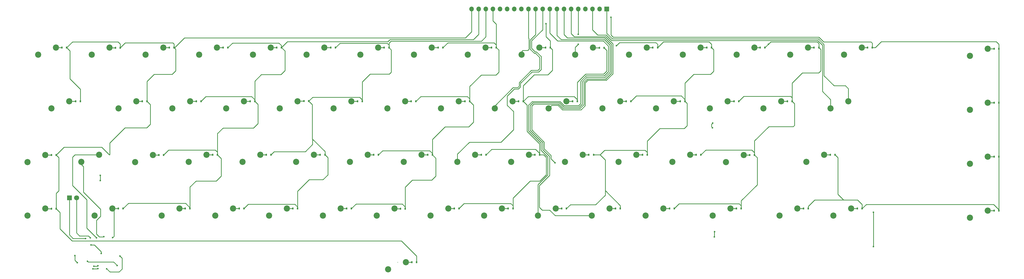
<source format=gbr>
G04 #@! TF.GenerationSoftware,KiCad,Pcbnew,(5.1.5)-2*
G04 #@! TF.CreationDate,2020-03-07T20:44:29+01:00*
G04 #@! TF.ProjectId,VIC20_kbd,56494332-305f-46b6-9264-2e6b69636164,rev?*
G04 #@! TF.SameCoordinates,Original*
G04 #@! TF.FileFunction,Copper,L2,Bot*
G04 #@! TF.FilePolarity,Positive*
%FSLAX46Y46*%
G04 Gerber Fmt 4.6, Leading zero omitted, Abs format (unit mm)*
G04 Created by KiCad (PCBNEW (5.1.5)-2) date 2020-03-07 20:44:29*
%MOMM*%
%LPD*%
G04 APERTURE LIST*
%ADD10C,2.200000*%
%ADD11R,0.600000X0.800000*%
%ADD12R,1.700000X1.700000*%
%ADD13O,1.700000X1.700000*%
%ADD14C,1.800000*%
%ADD15R,1.800000X1.800000*%
%ADD16C,0.600000*%
%ADD17C,0.250000*%
G04 APERTURE END LIST*
D10*
X333950000Y-118580000D03*
X327600000Y-121120000D03*
X20310000Y-60300000D03*
X13960000Y-62840000D03*
D11*
X24120000Y-60360000D03*
X22420000Y-60360000D03*
X62570000Y-60290000D03*
X60870000Y-60290000D03*
X101010000Y-60290000D03*
X99310000Y-60290000D03*
X139380000Y-60290000D03*
X137680000Y-60290000D03*
X177710000Y-60290000D03*
X176010000Y-60290000D03*
X216030000Y-60290000D03*
X214330000Y-60290000D03*
X254360000Y-60290000D03*
X252660000Y-60290000D03*
X292730000Y-60290000D03*
X291030000Y-60290000D03*
X5000000Y-60290000D03*
X3300000Y-60290000D03*
X53000000Y-79490000D03*
X51300000Y-79490000D03*
X91450000Y-79450000D03*
X89750000Y-79450000D03*
X129740000Y-79490000D03*
X128040000Y-79490000D03*
X168070000Y-79490000D03*
X166370000Y-79490000D03*
X206510000Y-79490000D03*
X204810000Y-79490000D03*
X244990000Y-79530000D03*
X243290000Y-79530000D03*
X279430000Y-98620000D03*
X277730000Y-98620000D03*
X9880000Y-79490000D03*
X8180000Y-79490000D03*
X39630000Y-98690000D03*
X37930000Y-98690000D03*
X78000000Y-98650000D03*
X76300000Y-98650000D03*
X116330000Y-98650000D03*
X114630000Y-98650000D03*
X154810000Y-98650000D03*
X153110000Y-98650000D03*
X193170000Y-98620000D03*
X191470000Y-98620000D03*
X231500000Y-98650000D03*
X229800000Y-98650000D03*
X289070000Y-117880000D03*
X287370000Y-117880000D03*
X1260000Y-98690000D03*
X-440000Y-98690000D03*
X25180000Y-117880000D03*
X23480000Y-117880000D03*
X68290000Y-117880000D03*
X66590000Y-117880000D03*
X106710000Y-117880000D03*
X105010000Y-117880000D03*
X145100000Y-117880000D03*
X143400000Y-117880000D03*
X183490000Y-117880000D03*
X181790000Y-117880000D03*
X221960000Y-117880000D03*
X220260000Y-117880000D03*
X269820000Y-117880000D03*
X268120000Y-117880000D03*
X129970000Y-137100000D03*
X128270000Y-137100000D03*
X49040000Y-117880000D03*
X47340000Y-117880000D03*
X87490000Y-117880000D03*
X85790000Y-117880000D03*
X125910000Y-117910000D03*
X124210000Y-117910000D03*
X164380000Y-117880000D03*
X162680000Y-117880000D03*
X202710000Y-117880000D03*
X201010000Y-117880000D03*
X245900000Y-117880000D03*
X244200000Y-117880000D03*
X337920000Y-60710000D03*
X336220000Y-60710000D03*
X1240000Y-117910000D03*
X-460000Y-117910000D03*
X58870000Y-98650000D03*
X57170000Y-98650000D03*
X97240000Y-98650000D03*
X95540000Y-98650000D03*
X135610000Y-98650000D03*
X133910000Y-98650000D03*
X173900000Y-98650000D03*
X172200000Y-98650000D03*
X212340000Y-98650000D03*
X210640000Y-98650000D03*
X250630000Y-98690000D03*
X248930000Y-98690000D03*
X337920000Y-79990000D03*
X336220000Y-79990000D03*
X33730000Y-79490000D03*
X32030000Y-79490000D03*
X72210000Y-79490000D03*
X70510000Y-79490000D03*
X110610000Y-79530000D03*
X108910000Y-79530000D03*
X148940000Y-79490000D03*
X147240000Y-79490000D03*
X187380000Y-79490000D03*
X185680000Y-79490000D03*
X225790000Y-79490000D03*
X224090000Y-79490000D03*
X264080000Y-79490000D03*
X262380000Y-79490000D03*
X337920000Y-99300000D03*
X336220000Y-99300000D03*
X43330000Y-60290000D03*
X41630000Y-60290000D03*
X81690000Y-60250000D03*
X79990000Y-60250000D03*
X120100000Y-60290000D03*
X118400000Y-60290000D03*
X158430000Y-60250000D03*
X156730000Y-60250000D03*
X196910000Y-60330000D03*
X195210000Y-60330000D03*
X235270000Y-60290000D03*
X233570000Y-60290000D03*
X273600000Y-60290000D03*
X271900000Y-60290000D03*
X337920000Y-118580000D03*
X336220000Y-118580000D03*
D12*
X197870000Y-46440000D03*
D13*
X195330000Y-46440000D03*
X192790000Y-46440000D03*
X190250000Y-46440000D03*
X187710000Y-46440000D03*
X185170000Y-46440000D03*
X182630000Y-46440000D03*
X180090000Y-46440000D03*
X177550000Y-46440000D03*
X175010000Y-46440000D03*
X172470000Y-46440000D03*
X169930000Y-46440000D03*
X167390000Y-46440000D03*
X164850000Y-46440000D03*
X162310000Y-46440000D03*
X159770000Y-46440000D03*
X157230000Y-46440000D03*
X154690000Y-46440000D03*
X152150000Y-46440000D03*
X149610000Y-46440000D03*
D10*
X58700000Y-60300000D03*
X52350000Y-62840000D03*
X97060000Y-60300000D03*
X90710000Y-62840000D03*
X135420000Y-60300000D03*
X129070000Y-62840000D03*
X173820000Y-60300000D03*
X167470000Y-62840000D03*
X212190000Y-60300000D03*
X205840000Y-62840000D03*
X250570000Y-60300000D03*
X244220000Y-62840000D03*
X288950000Y-60300000D03*
X282600000Y-62840000D03*
X1170000Y-60300000D03*
X-5180000Y-62840000D03*
X49100000Y-79500000D03*
X42750000Y-82040000D03*
X87500000Y-79500000D03*
X81150000Y-82040000D03*
X125890000Y-79500000D03*
X119540000Y-82040000D03*
X164250000Y-79500000D03*
X157900000Y-82040000D03*
X202660000Y-79500000D03*
X196310000Y-82040000D03*
X241070000Y-79510000D03*
X234720000Y-82050000D03*
X275530000Y-98660000D03*
X269180000Y-101200000D03*
X5940000Y-79500000D03*
X-410000Y-82040000D03*
X35770000Y-98680000D03*
X29420000Y-101220000D03*
X74130000Y-98660000D03*
X67780000Y-101200000D03*
X112520000Y-98660000D03*
X106170000Y-101200000D03*
X150900000Y-98660000D03*
X144550000Y-101200000D03*
X189270000Y-98660000D03*
X182920000Y-101200000D03*
X227630000Y-98660000D03*
X221280000Y-101200000D03*
X285150000Y-117870000D03*
X278800000Y-120410000D03*
X-2630000Y-98680000D03*
X-8980000Y-101220000D03*
X21310000Y-117870000D03*
X14960000Y-120410000D03*
X64470000Y-117870000D03*
X58120000Y-120410000D03*
X102880000Y-117870000D03*
X96530000Y-120410000D03*
X141280000Y-117870000D03*
X134930000Y-120410000D03*
X179680000Y-117870000D03*
X173330000Y-120410000D03*
X218070000Y-117870000D03*
X211720000Y-120410000D03*
X265970000Y-117870000D03*
X259620000Y-120410000D03*
X126150000Y-137060000D03*
X119800000Y-139600000D03*
X45260000Y-117880000D03*
X38910000Y-120420000D03*
X83670000Y-117870000D03*
X77320000Y-120410000D03*
X122070000Y-117870000D03*
X115720000Y-120410000D03*
X160480000Y-117870000D03*
X154130000Y-120410000D03*
X198880000Y-117870000D03*
X192530000Y-120410000D03*
X242020000Y-117870000D03*
X235670000Y-120410000D03*
X333950000Y-60710000D03*
X327600000Y-63250000D03*
X-2640000Y-117880000D03*
X-8990000Y-120420000D03*
X54970000Y-98660000D03*
X48620000Y-101200000D03*
X93320000Y-98660000D03*
X86970000Y-101200000D03*
X131700000Y-98660000D03*
X125350000Y-101200000D03*
X170060000Y-98660000D03*
X163710000Y-101200000D03*
X208430000Y-98660000D03*
X202080000Y-101200000D03*
X246820000Y-98680000D03*
X240470000Y-101220000D03*
X333950000Y-79990000D03*
X327600000Y-82530000D03*
X29900000Y-79500000D03*
X23550000Y-82040000D03*
X68300000Y-79500000D03*
X61950000Y-82040000D03*
X106690000Y-79500000D03*
X100340000Y-82040000D03*
X145070000Y-79500000D03*
X138720000Y-82040000D03*
X183460000Y-79500000D03*
X177110000Y-82040000D03*
X221860000Y-79500000D03*
X215510000Y-82040000D03*
X260210000Y-79510000D03*
X253860000Y-82050000D03*
X333950000Y-99300000D03*
X327600000Y-101840000D03*
X39500000Y-60300000D03*
X33150000Y-62840000D03*
X77870000Y-60300000D03*
X71520000Y-62840000D03*
X116250000Y-60300000D03*
X109900000Y-62840000D03*
X154620000Y-60300000D03*
X148270000Y-62840000D03*
X192990000Y-60300000D03*
X186640000Y-62840000D03*
X231380000Y-60300000D03*
X225030000Y-62840000D03*
X269760000Y-60300000D03*
X263410000Y-62840000D03*
X16570000Y-98660000D03*
X10220000Y-101200000D03*
X284180000Y-79500000D03*
X277830000Y-82040000D03*
D14*
X8510000Y-114070000D03*
D15*
X5970000Y-114070000D03*
D16*
X176190000Y-51690000D03*
X201340000Y-59570000D03*
X255570000Y-59090000D03*
X199380000Y-49400000D03*
X21460000Y-128300000D03*
X187680000Y-55550000D03*
X187720000Y-59090000D03*
X179370000Y-101480000D03*
X16990000Y-106000000D03*
X16990000Y-107850000D03*
X236340000Y-127970000D03*
X236400000Y-126180000D03*
X235650000Y-88940000D03*
X235740000Y-87250000D03*
X15690000Y-128380000D03*
X293140000Y-131450000D03*
X293140000Y-119230000D03*
X11770000Y-128580000D03*
X13430000Y-128350000D03*
X13690000Y-130900000D03*
X17360000Y-133970000D03*
X12430000Y-136710000D03*
X23020000Y-138230000D03*
X14690000Y-138480000D03*
X16190000Y-138360000D03*
X18290000Y-127940000D03*
X14430000Y-139470000D03*
X16170000Y-139390000D03*
X24020000Y-134860000D03*
X19340000Y-139400000D03*
X8820000Y-137250000D03*
X7950000Y-134670000D03*
D17*
X123190000Y-137100000D02*
X123150000Y-137060000D01*
X129970000Y-137100000D02*
X129970000Y-134900000D01*
X124550000Y-129480000D02*
X6960000Y-129480000D01*
X6960000Y-129480000D02*
X2640000Y-125160000D01*
X2640000Y-125160000D02*
X2640000Y-119310000D01*
X2640000Y-119310000D02*
X1240000Y-117910000D01*
X129970000Y-134900000D02*
X124550000Y-129480000D01*
X1240000Y-117910000D02*
X1240000Y-112430000D01*
X2180000Y-99610000D02*
X1260000Y-98690000D01*
X2180000Y-111490000D02*
X2180000Y-99610000D01*
X1240000Y-112430000D02*
X2180000Y-111490000D01*
X43330000Y-60290000D02*
X43630000Y-60290000D01*
X43630000Y-60290000D02*
X47110000Y-56810000D01*
X149610000Y-54590000D02*
X149610000Y-46440000D01*
X147390000Y-56810000D02*
X149610000Y-54590000D01*
X47110000Y-56810000D02*
X147390000Y-56810000D01*
X20430000Y-98650000D02*
X20260000Y-98650000D01*
X20260000Y-98650000D02*
X17540000Y-95930000D01*
X17540000Y-95930000D02*
X4020000Y-95930000D01*
X4020000Y-95930000D02*
X1260000Y-98690000D01*
X20430000Y-98650000D02*
X20430000Y-94390000D01*
X34890000Y-80650000D02*
X33730000Y-79490000D01*
X34890000Y-87670000D02*
X34890000Y-80650000D01*
X33600000Y-88960000D02*
X34890000Y-87670000D01*
X25860000Y-88960000D02*
X33600000Y-88960000D01*
X20430000Y-94390000D02*
X25860000Y-88960000D01*
X9880000Y-79490000D02*
X9880000Y-75150000D01*
X6200000Y-61490000D02*
X5000000Y-60290000D01*
X6200000Y-71470000D02*
X6200000Y-61490000D01*
X9880000Y-75150000D02*
X6200000Y-71470000D01*
X24120000Y-60360000D02*
X24120000Y-58990000D01*
X7070000Y-58220000D02*
X5000000Y-60290000D01*
X23350000Y-58220000D02*
X7070000Y-58220000D01*
X24120000Y-58990000D02*
X23350000Y-58220000D01*
X43330000Y-60290000D02*
X43330000Y-58990000D01*
X25920000Y-58560000D02*
X24120000Y-60360000D01*
X42900000Y-58560000D02*
X25920000Y-58560000D01*
X43330000Y-58990000D02*
X42900000Y-58560000D01*
X33730000Y-79490000D02*
X33730000Y-72380000D01*
X43930000Y-60890000D02*
X43330000Y-60290000D01*
X43930000Y-68570000D02*
X43930000Y-60890000D01*
X42660000Y-69840000D02*
X43930000Y-68570000D01*
X36270000Y-69840000D02*
X42660000Y-69840000D01*
X33730000Y-72380000D02*
X36270000Y-69840000D01*
X22420000Y-60360000D02*
X20370000Y-60360000D01*
X20370000Y-60360000D02*
X20310000Y-60300000D01*
X81690000Y-60250000D02*
X81710000Y-60250000D01*
X81710000Y-60250000D02*
X83820000Y-58140000D01*
X152150000Y-55530000D02*
X152150000Y-46440000D01*
X150300000Y-57380000D02*
X152150000Y-55530000D01*
X120470000Y-57380000D02*
X150300000Y-57380000D01*
X119710000Y-58140000D02*
X120470000Y-57380000D01*
X83820000Y-58140000D02*
X119710000Y-58140000D01*
X58870000Y-98650000D02*
X58870000Y-91050000D01*
X73340000Y-80620000D02*
X72210000Y-79490000D01*
X73340000Y-87440000D02*
X73340000Y-80620000D01*
X71700000Y-89080000D02*
X73340000Y-87440000D01*
X60840000Y-89080000D02*
X71700000Y-89080000D01*
X58870000Y-91050000D02*
X60840000Y-89080000D01*
X49040000Y-117880000D02*
X49040000Y-117580000D01*
X49040000Y-117580000D02*
X47470000Y-116010000D01*
X27050000Y-116010000D02*
X25180000Y-117880000D01*
X47470000Y-116010000D02*
X27050000Y-116010000D01*
X58870000Y-98650000D02*
X58870000Y-97730000D01*
X41390000Y-96930000D02*
X39630000Y-98690000D01*
X58070000Y-96930000D02*
X41390000Y-96930000D01*
X58870000Y-97730000D02*
X58070000Y-96930000D01*
X49040000Y-117880000D02*
X49040000Y-110170000D01*
X60200000Y-99980000D02*
X58870000Y-98650000D01*
X60200000Y-106220000D02*
X60200000Y-99980000D01*
X58410000Y-108010000D02*
X60200000Y-106220000D01*
X51200000Y-108010000D02*
X58410000Y-108010000D01*
X49040000Y-110170000D02*
X51200000Y-108010000D01*
X72210000Y-79490000D02*
X72210000Y-78920000D01*
X72210000Y-78920000D02*
X71050000Y-77760000D01*
X71050000Y-77760000D02*
X54730000Y-77760000D01*
X54730000Y-77760000D02*
X53000000Y-79490000D01*
X81690000Y-60250000D02*
X81690000Y-59520000D01*
X64220000Y-58640000D02*
X62570000Y-60290000D01*
X80810000Y-58640000D02*
X64220000Y-58640000D01*
X81690000Y-59520000D02*
X80810000Y-58640000D01*
X72210000Y-79490000D02*
X72210000Y-72270000D01*
X72210000Y-72270000D02*
X74530000Y-69950000D01*
X74530000Y-69950000D02*
X81490000Y-69950000D01*
X81490000Y-69950000D02*
X82940000Y-68500000D01*
X82940000Y-68500000D02*
X82940000Y-61500000D01*
X82940000Y-61500000D02*
X81690000Y-60250000D01*
X60870000Y-60290000D02*
X58710000Y-60290000D01*
X58710000Y-60290000D02*
X58700000Y-60300000D01*
X120100000Y-60290000D02*
X120100000Y-58680000D01*
X154690000Y-56400000D02*
X154690000Y-46440000D01*
X153140000Y-57950000D02*
X154690000Y-56400000D01*
X120830000Y-57950000D02*
X153140000Y-57950000D01*
X120100000Y-58680000D02*
X120830000Y-57950000D01*
X87490000Y-117880000D02*
X87490000Y-117320000D01*
X69810000Y-116360000D02*
X68290000Y-117880000D01*
X86530000Y-116360000D02*
X69810000Y-116360000D01*
X87490000Y-117320000D02*
X86530000Y-116360000D01*
X87490000Y-117880000D02*
X87490000Y-111700000D01*
X98260000Y-99670000D02*
X97240000Y-98650000D01*
X98260000Y-105840000D02*
X98260000Y-99670000D01*
X96540000Y-107560000D02*
X98260000Y-105840000D01*
X91630000Y-107560000D02*
X96540000Y-107560000D01*
X87490000Y-111700000D02*
X91630000Y-107560000D01*
X92830000Y-93060000D02*
X92830000Y-94930000D01*
X79110000Y-97540000D02*
X78000000Y-98650000D01*
X90220000Y-97540000D02*
X79110000Y-97540000D01*
X92830000Y-94930000D02*
X90220000Y-97540000D01*
X97240000Y-98650000D02*
X97240000Y-97470000D01*
X92700000Y-80700000D02*
X91450000Y-79450000D01*
X92700000Y-92930000D02*
X92700000Y-80700000D01*
X97240000Y-97470000D02*
X92830000Y-93060000D01*
X92830000Y-93060000D02*
X92700000Y-92930000D01*
X120100000Y-60290000D02*
X120100000Y-59370000D01*
X102590000Y-58710000D02*
X101010000Y-60290000D01*
X119440000Y-58710000D02*
X102590000Y-58710000D01*
X120100000Y-59370000D02*
X119440000Y-58710000D01*
X110610000Y-79530000D02*
X110610000Y-72530000D01*
X120930000Y-61120000D02*
X120100000Y-60290000D01*
X120930000Y-69040000D02*
X120930000Y-61120000D01*
X120210000Y-69760000D02*
X120930000Y-69040000D01*
X113380000Y-69760000D02*
X120210000Y-69760000D01*
X110610000Y-72530000D02*
X113380000Y-69760000D01*
X110610000Y-79530000D02*
X110610000Y-78990000D01*
X92870000Y-78030000D02*
X91450000Y-79450000D01*
X109650000Y-78030000D02*
X92870000Y-78030000D01*
X110610000Y-78990000D02*
X109650000Y-78030000D01*
X99310000Y-60290000D02*
X97070000Y-60290000D01*
X97070000Y-60290000D02*
X97060000Y-60300000D01*
X158430000Y-60250000D02*
X158430000Y-51930000D01*
X157230000Y-50730000D02*
X157230000Y-46440000D01*
X158430000Y-51930000D02*
X157230000Y-50730000D01*
X135610000Y-98650000D02*
X135610000Y-93160000D01*
X150260000Y-80810000D02*
X148940000Y-79490000D01*
X150260000Y-86950000D02*
X150260000Y-80810000D01*
X148580000Y-88630000D02*
X150260000Y-86950000D01*
X140140000Y-88630000D02*
X148580000Y-88630000D01*
X135610000Y-93160000D02*
X140140000Y-88630000D01*
X125910000Y-117910000D02*
X125910000Y-117300000D01*
X108350000Y-116240000D02*
X106710000Y-117880000D01*
X124850000Y-116240000D02*
X108350000Y-116240000D01*
X125910000Y-117300000D02*
X124850000Y-116240000D01*
X135610000Y-98650000D02*
X135610000Y-98150000D01*
X117820000Y-97160000D02*
X116330000Y-98650000D01*
X134620000Y-97160000D02*
X117820000Y-97160000D01*
X135610000Y-98150000D02*
X134620000Y-97160000D01*
X125910000Y-117910000D02*
X125910000Y-110200000D01*
X136820000Y-99860000D02*
X135610000Y-98650000D01*
X136820000Y-106260000D02*
X136820000Y-99860000D01*
X135410000Y-107670000D02*
X136820000Y-106260000D01*
X128440000Y-107670000D02*
X135410000Y-107670000D01*
X125910000Y-110200000D02*
X128440000Y-107670000D01*
X148940000Y-79490000D02*
X148940000Y-78600000D01*
X148940000Y-78600000D02*
X148100000Y-77760000D01*
X148100000Y-77760000D02*
X131470000Y-77760000D01*
X131470000Y-77760000D02*
X129740000Y-79490000D01*
X158430000Y-60250000D02*
X158430000Y-59330000D01*
X141110000Y-58560000D02*
X139380000Y-60290000D01*
X157660000Y-58560000D02*
X141110000Y-58560000D01*
X158430000Y-59330000D02*
X157660000Y-58560000D01*
X148940000Y-79490000D02*
X148940000Y-74180000D01*
X148940000Y-74180000D02*
X153050000Y-70070000D01*
X153050000Y-70070000D02*
X158300000Y-70070000D01*
X158300000Y-70070000D02*
X159300000Y-69070000D01*
X159300000Y-69070000D02*
X159300000Y-61120000D01*
X159300000Y-61120000D02*
X158430000Y-60250000D01*
X137680000Y-60290000D02*
X135430000Y-60290000D01*
X135430000Y-60290000D02*
X135420000Y-60300000D01*
X177710000Y-60290000D02*
X177710000Y-57900000D01*
X176190000Y-56380000D02*
X176190000Y-51690000D01*
X177710000Y-57900000D02*
X176190000Y-56380000D01*
X173900000Y-98650000D02*
X173900000Y-94770000D01*
X169400000Y-80820000D02*
X168070000Y-79490000D01*
X169400000Y-90270000D02*
X169400000Y-80820000D01*
X173900000Y-94770000D02*
X169400000Y-90270000D01*
X164380000Y-117880000D02*
X164380000Y-116870000D01*
X146930000Y-116050000D02*
X145100000Y-117880000D01*
X163560000Y-116050000D02*
X146930000Y-116050000D01*
X164380000Y-116870000D02*
X163560000Y-116050000D01*
X168070000Y-79490000D02*
X168070000Y-73870000D01*
X168070000Y-73870000D02*
X171950000Y-69990000D01*
X171950000Y-69990000D02*
X176860000Y-69990000D01*
X176860000Y-69990000D02*
X178460000Y-68390000D01*
X178460000Y-68390000D02*
X178460000Y-61040000D01*
X178460000Y-61040000D02*
X177710000Y-60290000D01*
X187380000Y-79490000D02*
X187380000Y-78870000D01*
X187380000Y-78870000D02*
X186270000Y-77760000D01*
X186270000Y-77760000D02*
X169800000Y-77760000D01*
X169800000Y-77760000D02*
X168070000Y-79490000D01*
X187380000Y-79490000D02*
X187380000Y-72690000D01*
X197890000Y-61310000D02*
X196910000Y-60330000D01*
X197890000Y-68620000D02*
X197890000Y-61310000D01*
X196750000Y-69760000D02*
X197890000Y-68620000D01*
X190310000Y-69760000D02*
X196750000Y-69760000D01*
X187380000Y-72690000D02*
X190310000Y-69760000D01*
X173900000Y-98650000D02*
X173900000Y-98120000D01*
X156790000Y-96670000D02*
X154810000Y-98650000D01*
X172450000Y-96670000D02*
X156790000Y-96670000D01*
X173900000Y-98120000D02*
X172450000Y-96670000D01*
X164380000Y-117880000D02*
X164380000Y-114150000D01*
X175370000Y-98650000D02*
X173900000Y-98650000D01*
X176300000Y-99580000D02*
X175370000Y-98650000D01*
X176300000Y-105700000D02*
X176300000Y-99580000D01*
X173960000Y-108040000D02*
X176300000Y-105700000D01*
X170490000Y-108040000D02*
X173960000Y-108040000D01*
X164380000Y-114150000D02*
X170490000Y-108040000D01*
X176010000Y-60290000D02*
X173830000Y-60290000D01*
X173830000Y-60290000D02*
X173820000Y-60300000D01*
X216030000Y-60290000D02*
X216030000Y-59120000D01*
X202400000Y-58510000D02*
X201340000Y-59570000D01*
X215420000Y-58510000D02*
X202400000Y-58510000D01*
X216030000Y-59120000D02*
X215420000Y-58510000D01*
X212340000Y-98650000D02*
X212340000Y-93720000D01*
X226580000Y-80280000D02*
X225790000Y-79490000D01*
X226580000Y-88190000D02*
X226580000Y-80280000D01*
X225580000Y-89190000D02*
X226580000Y-88190000D01*
X216870000Y-89190000D02*
X225580000Y-89190000D01*
X212340000Y-93720000D02*
X216870000Y-89190000D01*
X225790000Y-79490000D02*
X225790000Y-78860000D01*
X225790000Y-78860000D02*
X224500000Y-77570000D01*
X224500000Y-77570000D02*
X208430000Y-77570000D01*
X208430000Y-77570000D02*
X206510000Y-79490000D01*
X235270000Y-60290000D02*
X235270000Y-59100000D01*
X218070000Y-58250000D02*
X216030000Y-60290000D01*
X234420000Y-58250000D02*
X218070000Y-58250000D01*
X235270000Y-59100000D02*
X234420000Y-58250000D01*
X225790000Y-79490000D02*
X225790000Y-72950000D01*
X225790000Y-72950000D02*
X228900000Y-69840000D01*
X228900000Y-69840000D02*
X234960000Y-69840000D01*
X234960000Y-69840000D02*
X236030000Y-68770000D01*
X236030000Y-68770000D02*
X236030000Y-61050000D01*
X236030000Y-61050000D02*
X235270000Y-60290000D01*
X197320000Y-111440000D02*
X197320000Y-113070000D01*
X184890000Y-116480000D02*
X183490000Y-117880000D01*
X193910000Y-116480000D02*
X184890000Y-116480000D01*
X197320000Y-113070000D02*
X193910000Y-116480000D01*
X212340000Y-98650000D02*
X212340000Y-97770000D01*
X197090000Y-97000000D02*
X195470000Y-98620000D01*
X211570000Y-97000000D02*
X197090000Y-97000000D01*
X212340000Y-97770000D02*
X211570000Y-97000000D01*
X202710000Y-117880000D02*
X202710000Y-116830000D01*
X195470000Y-98620000D02*
X193170000Y-98620000D01*
X197320000Y-100470000D02*
X195470000Y-98620000D01*
X197320000Y-111440000D02*
X197320000Y-100470000D01*
X202710000Y-116830000D02*
X197320000Y-111440000D01*
X214330000Y-60290000D02*
X212200000Y-60290000D01*
X212200000Y-60290000D02*
X212190000Y-60300000D01*
X255570000Y-59090000D02*
X255565000Y-59085000D01*
X255565000Y-59085000D02*
X255570000Y-59090000D01*
X255570000Y-59090000D02*
X255570000Y-59080000D01*
X273600000Y-60290000D02*
X273600000Y-58820000D01*
X256420000Y-58230000D02*
X255570000Y-59080000D01*
X255570000Y-59080000D02*
X254360000Y-60290000D01*
X273010000Y-58230000D02*
X256420000Y-58230000D01*
X273600000Y-58820000D02*
X273010000Y-58230000D01*
X264080000Y-79490000D02*
X264080000Y-73010000D01*
X274280000Y-60970000D02*
X273600000Y-60290000D01*
X274280000Y-68590000D02*
X274280000Y-60970000D01*
X273530000Y-69340000D02*
X274280000Y-68590000D01*
X267750000Y-69340000D02*
X273530000Y-69340000D01*
X264080000Y-73010000D02*
X267750000Y-69340000D01*
X264080000Y-79490000D02*
X264080000Y-78210000D01*
X246820000Y-77700000D02*
X244990000Y-79530000D01*
X263570000Y-77700000D02*
X246820000Y-77700000D01*
X264080000Y-78210000D02*
X263570000Y-77700000D01*
X250630000Y-98690000D02*
X250630000Y-93660000D01*
X264950000Y-80360000D02*
X264080000Y-79490000D01*
X264950000Y-88050000D02*
X264950000Y-80360000D01*
X264460000Y-88540000D02*
X264950000Y-88050000D01*
X255750000Y-88540000D02*
X264460000Y-88540000D01*
X250630000Y-93660000D02*
X255750000Y-88540000D01*
X250630000Y-98690000D02*
X250630000Y-97850000D01*
X233230000Y-96920000D02*
X231500000Y-98650000D01*
X249700000Y-96920000D02*
X233230000Y-96920000D01*
X250630000Y-97850000D02*
X249700000Y-96920000D01*
X245900000Y-117880000D02*
X245900000Y-115080000D01*
X251610000Y-99670000D02*
X250630000Y-98690000D01*
X251610000Y-109370000D02*
X251610000Y-99670000D01*
X245900000Y-115080000D02*
X251610000Y-109370000D01*
X245900000Y-117880000D02*
X245900000Y-116900000D01*
X223670000Y-116170000D02*
X221960000Y-117880000D01*
X245170000Y-116170000D02*
X223670000Y-116170000D01*
X245900000Y-116900000D02*
X245170000Y-116170000D01*
X252660000Y-60290000D02*
X250580000Y-60290000D01*
X250580000Y-60290000D02*
X250570000Y-60300000D01*
X337920000Y-118580000D02*
X337920000Y-118230000D01*
X337920000Y-118230000D02*
X336060000Y-116370000D01*
X336060000Y-116370000D02*
X290580000Y-116370000D01*
X289070000Y-117880000D02*
X290580000Y-116370000D01*
X337920000Y-99300000D02*
X337920000Y-118580000D01*
X337920000Y-79990000D02*
X337920000Y-99300000D01*
X337920000Y-60710000D02*
X337920000Y-79990000D01*
X292730000Y-60290000D02*
X293800000Y-60290000D01*
X337920000Y-59100000D02*
X337920000Y-60710000D01*
X336990000Y-58170000D02*
X337920000Y-59100000D01*
X295920000Y-58170000D02*
X336990000Y-58170000D01*
X293800000Y-60290000D02*
X295920000Y-58170000D01*
X292730000Y-60290000D02*
X292730000Y-58760000D01*
X292730000Y-58760000D02*
X292250000Y-58280000D01*
X292250000Y-58280000D02*
X275370000Y-58280000D01*
X275370000Y-58280000D02*
X273670000Y-56580000D01*
X273670000Y-56580000D02*
X200140000Y-56580000D01*
X200140000Y-56580000D02*
X199380000Y-55820000D01*
X199380000Y-55820000D02*
X199380000Y-49400000D01*
X269820000Y-117880000D02*
X269820000Y-117080000D01*
X272130000Y-114770000D02*
X282450000Y-114770000D01*
X269820000Y-117080000D02*
X272130000Y-114770000D01*
X289070000Y-117880000D02*
X289070000Y-116410000D01*
X280450000Y-99640000D02*
X279430000Y-98620000D01*
X280450000Y-112770000D02*
X280450000Y-99640000D01*
X282450000Y-114770000D02*
X280450000Y-112770000D01*
X287430000Y-114770000D02*
X282450000Y-114770000D01*
X289070000Y-116410000D02*
X287430000Y-114770000D01*
X291030000Y-60290000D02*
X288960000Y-60290000D01*
X288960000Y-60290000D02*
X288950000Y-60300000D01*
X3300000Y-60290000D02*
X1180000Y-60290000D01*
X1180000Y-60290000D02*
X1170000Y-60300000D01*
X51300000Y-79490000D02*
X49110000Y-79490000D01*
X49110000Y-79490000D02*
X49100000Y-79500000D01*
X89750000Y-79450000D02*
X87550000Y-79450000D01*
X87550000Y-79450000D02*
X87500000Y-79500000D01*
X128040000Y-79490000D02*
X125900000Y-79490000D01*
X125900000Y-79490000D02*
X125890000Y-79500000D01*
X166370000Y-79490000D02*
X164260000Y-79490000D01*
X164260000Y-79490000D02*
X164250000Y-79500000D01*
X204810000Y-79490000D02*
X202670000Y-79490000D01*
X202670000Y-79490000D02*
X202660000Y-79500000D01*
X243290000Y-79530000D02*
X241090000Y-79530000D01*
X241090000Y-79530000D02*
X241070000Y-79510000D01*
X277730000Y-98620000D02*
X275570000Y-98620000D01*
X275570000Y-98620000D02*
X275530000Y-98660000D01*
X8180000Y-79490000D02*
X5950000Y-79490000D01*
X5950000Y-79490000D02*
X5940000Y-79500000D01*
X37930000Y-98690000D02*
X35780000Y-98690000D01*
X35780000Y-98690000D02*
X35770000Y-98680000D01*
X76300000Y-98650000D02*
X74140000Y-98650000D01*
X74140000Y-98650000D02*
X74130000Y-98660000D01*
X114630000Y-98650000D02*
X112530000Y-98650000D01*
X112530000Y-98650000D02*
X112520000Y-98660000D01*
X153110000Y-98650000D02*
X150910000Y-98650000D01*
X150910000Y-98650000D02*
X150900000Y-98660000D01*
X191470000Y-98620000D02*
X189310000Y-98620000D01*
X189310000Y-98620000D02*
X189270000Y-98660000D01*
X229800000Y-98650000D02*
X227640000Y-98650000D01*
X227640000Y-98650000D02*
X227630000Y-98660000D01*
X287370000Y-117880000D02*
X285160000Y-117880000D01*
X285160000Y-117880000D02*
X285150000Y-117870000D01*
X-440000Y-98690000D02*
X-2620000Y-98690000D01*
X-2620000Y-98690000D02*
X-2630000Y-98680000D01*
X21930000Y-127830000D02*
X21930000Y-118490000D01*
X21460000Y-128300000D02*
X21930000Y-127830000D01*
X21930000Y-118490000D02*
X21310000Y-117870000D01*
X23480000Y-117880000D02*
X21320000Y-117880000D01*
X21320000Y-117880000D02*
X21310000Y-117870000D01*
X66590000Y-117880000D02*
X64480000Y-117880000D01*
X64480000Y-117880000D02*
X64470000Y-117870000D01*
X105010000Y-117880000D02*
X102890000Y-117880000D01*
X102890000Y-117880000D02*
X102880000Y-117870000D01*
X143400000Y-117880000D02*
X141290000Y-117880000D01*
X141290000Y-117880000D02*
X141280000Y-117870000D01*
X181790000Y-117880000D02*
X179690000Y-117880000D01*
X179690000Y-117880000D02*
X179680000Y-117870000D01*
X220260000Y-117880000D02*
X218080000Y-117880000D01*
X218080000Y-117880000D02*
X218070000Y-117870000D01*
X268120000Y-117880000D02*
X265980000Y-117880000D01*
X265980000Y-117880000D02*
X265970000Y-117870000D01*
X128270000Y-137100000D02*
X126190000Y-137100000D01*
X126190000Y-137100000D02*
X126150000Y-137060000D01*
X47340000Y-117880000D02*
X45260000Y-117880000D01*
X85790000Y-117880000D02*
X83680000Y-117880000D01*
X83680000Y-117880000D02*
X83670000Y-117870000D01*
X124210000Y-117910000D02*
X122110000Y-117910000D01*
X122110000Y-117910000D02*
X122070000Y-117870000D01*
X162680000Y-117880000D02*
X160490000Y-117880000D01*
X160490000Y-117880000D02*
X160480000Y-117870000D01*
X201010000Y-117880000D02*
X198890000Y-117880000D01*
X198890000Y-117880000D02*
X198880000Y-117870000D01*
X198890000Y-117880000D02*
X198880000Y-117870000D01*
X244200000Y-117880000D02*
X242030000Y-117880000D01*
X242030000Y-117880000D02*
X242020000Y-117870000D01*
X336220000Y-60710000D02*
X333950000Y-60710000D01*
X-460000Y-117910000D02*
X-2610000Y-117910000D01*
X-2610000Y-117910000D02*
X-2640000Y-117880000D01*
X57170000Y-98650000D02*
X54980000Y-98650000D01*
X54980000Y-98650000D02*
X54970000Y-98660000D01*
X95540000Y-98650000D02*
X93330000Y-98650000D01*
X93330000Y-98650000D02*
X93320000Y-98660000D01*
X133910000Y-98650000D02*
X131710000Y-98650000D01*
X131710000Y-98650000D02*
X131700000Y-98660000D01*
X172200000Y-98650000D02*
X170070000Y-98650000D01*
X170070000Y-98650000D02*
X170060000Y-98660000D01*
X210640000Y-98650000D02*
X208440000Y-98650000D01*
X208440000Y-98650000D02*
X208430000Y-98660000D01*
X248930000Y-98690000D02*
X246830000Y-98690000D01*
X246830000Y-98690000D02*
X246820000Y-98680000D01*
X336220000Y-79990000D02*
X333950000Y-79990000D01*
X32030000Y-79490000D02*
X29910000Y-79490000D01*
X29910000Y-79490000D02*
X29900000Y-79500000D01*
X70510000Y-79490000D02*
X68310000Y-79490000D01*
X68310000Y-79490000D02*
X68300000Y-79500000D01*
X108910000Y-79530000D02*
X106720000Y-79530000D01*
X106720000Y-79530000D02*
X106690000Y-79500000D01*
X147240000Y-79490000D02*
X145080000Y-79490000D01*
X145080000Y-79490000D02*
X145070000Y-79500000D01*
X185680000Y-79490000D02*
X183470000Y-79490000D01*
X183470000Y-79490000D02*
X183460000Y-79500000D01*
X224090000Y-79490000D02*
X221870000Y-79490000D01*
X221870000Y-79490000D02*
X221860000Y-79500000D01*
X262380000Y-79490000D02*
X260230000Y-79490000D01*
X260230000Y-79490000D02*
X260210000Y-79510000D01*
X336220000Y-99300000D02*
X333950000Y-99300000D01*
X41630000Y-60290000D02*
X39510000Y-60290000D01*
X39510000Y-60290000D02*
X39500000Y-60300000D01*
X79990000Y-60250000D02*
X77920000Y-60250000D01*
X77920000Y-60250000D02*
X77870000Y-60300000D01*
X118400000Y-60290000D02*
X116260000Y-60290000D01*
X116260000Y-60290000D02*
X116250000Y-60300000D01*
X156730000Y-60250000D02*
X154670000Y-60250000D01*
X154670000Y-60250000D02*
X154620000Y-60300000D01*
X195210000Y-60330000D02*
X193020000Y-60330000D01*
X193020000Y-60330000D02*
X192990000Y-60300000D01*
X233570000Y-60290000D02*
X231390000Y-60290000D01*
X231390000Y-60290000D02*
X231380000Y-60300000D01*
X271900000Y-60290000D02*
X269770000Y-60290000D01*
X269770000Y-60290000D02*
X269760000Y-60300000D01*
X336220000Y-118580000D02*
X333950000Y-118580000D01*
X277830000Y-82040000D02*
X277830000Y-78870000D01*
X192790000Y-53900000D02*
X192790000Y-46440000D01*
X194660000Y-55770000D02*
X192790000Y-53900000D01*
X197700000Y-55770000D02*
X194660000Y-55770000D01*
X199630000Y-57700000D02*
X197700000Y-55770000D01*
X273200000Y-57700000D02*
X199630000Y-57700000D01*
X274890000Y-59390000D02*
X273200000Y-57700000D01*
X274890000Y-75930000D02*
X274890000Y-59390000D01*
X277830000Y-78870000D02*
X274890000Y-75930000D01*
X186640000Y-62840000D02*
X186640000Y-60170000D01*
X187710000Y-55520000D02*
X187710000Y-46440000D01*
X187680000Y-55550000D02*
X187710000Y-55520000D01*
X186640000Y-60170000D02*
X187720000Y-59090000D01*
X177110000Y-82040000D02*
X177170004Y-82040000D01*
X177170004Y-82040000D02*
X178260004Y-80950000D01*
X185170000Y-55280000D02*
X185170000Y-46440000D01*
X186269998Y-56379998D02*
X185170000Y-55280000D01*
X197509998Y-56379998D02*
X186269998Y-56379998D01*
X200070000Y-58940000D02*
X197509998Y-56379998D01*
X200070000Y-69640000D02*
X200070000Y-58940000D01*
X197720000Y-71990000D02*
X200070000Y-69640000D01*
X191070002Y-71990000D02*
X197720000Y-71990000D01*
X190160002Y-72900000D02*
X191070002Y-71990000D01*
X190160002Y-81029998D02*
X190160002Y-72900000D01*
X188689998Y-82500002D02*
X190160002Y-81029998D01*
X182053604Y-82500002D02*
X188689998Y-82500002D01*
X180503602Y-80950000D02*
X182053604Y-82500002D01*
X178260004Y-80950000D02*
X180503602Y-80950000D01*
X182630000Y-55640000D02*
X182630000Y-46440000D01*
X183820000Y-56830000D02*
X182630000Y-55640000D01*
X197220000Y-56830000D02*
X183820000Y-56830000D01*
X199550000Y-59160000D02*
X197220000Y-56830000D01*
X199550000Y-69400000D02*
X199550000Y-59160000D01*
X197450000Y-71500000D02*
X199550000Y-69400000D01*
X190880000Y-71500000D02*
X197450000Y-71500000D01*
X189710000Y-72670000D02*
X190880000Y-71500000D01*
X189710000Y-80660000D02*
X189710000Y-72670000D01*
X188320000Y-82050000D02*
X189710000Y-80660000D01*
X182240000Y-82050000D02*
X188320000Y-82050000D01*
X180660002Y-80470002D02*
X182240000Y-82050000D01*
X171769998Y-80470002D02*
X180660002Y-80470002D01*
X171080000Y-81160000D02*
X171769998Y-80470002D01*
X171080000Y-89660000D02*
X171080000Y-81160000D01*
X175550000Y-94130000D02*
X171080000Y-89660000D01*
X175550000Y-96480000D02*
X175550000Y-94130000D01*
X177950002Y-98880002D02*
X175550000Y-96480000D01*
X177950002Y-100060002D02*
X177950002Y-98880002D01*
X179370000Y-101480000D02*
X177950002Y-100060002D01*
X16990000Y-106000000D02*
X16990000Y-107850000D01*
X236340000Y-126240000D02*
X236340000Y-127970000D01*
X236400000Y-126180000D02*
X236340000Y-126240000D01*
X192530000Y-120410000D02*
X179500000Y-120410000D01*
X180090000Y-55930000D02*
X180090000Y-46440000D01*
X181580000Y-57420000D02*
X180090000Y-55930000D01*
X196980000Y-57420000D02*
X181580000Y-57420000D01*
X199020000Y-59460000D02*
X196980000Y-57420000D01*
X199020000Y-69150000D02*
X199020000Y-59460000D01*
X197200000Y-70970000D02*
X199020000Y-69150000D01*
X190690000Y-70970000D02*
X197200000Y-70970000D01*
X189130000Y-72530000D02*
X190690000Y-70970000D01*
X189130000Y-80480000D02*
X189130000Y-72530000D01*
X188090000Y-81520000D02*
X189130000Y-80480000D01*
X182440000Y-81520000D02*
X188090000Y-81520000D01*
X180940000Y-80020000D02*
X182440000Y-81520000D01*
X171520000Y-80020000D02*
X180940000Y-80020000D01*
X170520000Y-81020000D02*
X171520000Y-80020000D01*
X170520000Y-89800000D02*
X170520000Y-81020000D01*
X175040000Y-94320000D02*
X170520000Y-89800000D01*
X175040000Y-96780000D02*
X175040000Y-94320000D01*
X177500000Y-99240000D02*
X175040000Y-96780000D01*
X177500000Y-106010000D02*
X177500000Y-99240000D01*
X173840000Y-109670000D02*
X177500000Y-106010000D01*
X173840000Y-117400000D02*
X173840000Y-109670000D01*
X174850000Y-118410000D02*
X173840000Y-117400000D01*
X177500000Y-118410000D02*
X174850000Y-118410000D01*
X179500000Y-120410000D02*
X177500000Y-118410000D01*
X173330000Y-120410000D02*
X173330000Y-109310000D01*
X177550000Y-55110000D02*
X177550000Y-46440000D01*
X180360000Y-57920000D02*
X177550000Y-55110000D01*
X196640000Y-57920000D02*
X180360000Y-57920000D01*
X198490000Y-59770000D02*
X196640000Y-57920000D01*
X198490000Y-68870000D02*
X198490000Y-59770000D01*
X197010000Y-70350000D02*
X198490000Y-68870000D01*
X190530000Y-70350000D02*
X197010000Y-70350000D01*
X188540000Y-72340000D02*
X190530000Y-70350000D01*
X188540000Y-80350000D02*
X188540000Y-72340000D01*
X187890000Y-81000000D02*
X188540000Y-80350000D01*
X182620000Y-81000000D02*
X187890000Y-81000000D01*
X181170000Y-79550000D02*
X182620000Y-81000000D01*
X171270000Y-79550000D02*
X181170000Y-79550000D01*
X169930000Y-80890000D02*
X171270000Y-79550000D01*
X169930000Y-89990000D02*
X169930000Y-80890000D01*
X174430000Y-94490000D02*
X169930000Y-89990000D01*
X174430000Y-97030000D02*
X174430000Y-94490000D01*
X176780000Y-99380000D02*
X174430000Y-97030000D01*
X176780000Y-105860000D02*
X176780000Y-99380000D01*
X173330000Y-109310000D02*
X176780000Y-105860000D01*
X144550000Y-101200000D02*
X144550000Y-98360000D01*
X175010000Y-53900000D02*
X175010000Y-46440000D01*
X171050000Y-57860000D02*
X175010000Y-53900000D01*
X171050000Y-60570000D02*
X171050000Y-57860000D01*
X172280000Y-61800000D02*
X171050000Y-60570000D01*
X172730000Y-61800000D02*
X172280000Y-61800000D01*
X174460000Y-63530000D02*
X172730000Y-61800000D01*
X174460000Y-68060000D02*
X174460000Y-63530000D01*
X173560000Y-68960000D02*
X174460000Y-68060000D01*
X171210000Y-68960000D02*
X173560000Y-68960000D01*
X167080000Y-73090000D02*
X171210000Y-68960000D01*
X167080000Y-74320000D02*
X167080000Y-73090000D01*
X166300000Y-75100000D02*
X167080000Y-74320000D01*
X164850000Y-75100000D02*
X166300000Y-75100000D01*
X162330000Y-77620000D02*
X164850000Y-75100000D01*
X162330000Y-80910000D02*
X162330000Y-77620000D01*
X164570000Y-83150000D02*
X162330000Y-80910000D01*
X164570000Y-89630000D02*
X164570000Y-83150000D01*
X160100000Y-94100000D02*
X164570000Y-89630000D01*
X148810000Y-94100000D02*
X160100000Y-94100000D01*
X144550000Y-98360000D02*
X148810000Y-94100000D01*
X157900000Y-82040000D02*
X157900000Y-81150000D01*
X172470000Y-55640000D02*
X172470000Y-46440000D01*
X170550000Y-57560000D02*
X172470000Y-55640000D01*
X170550000Y-60830000D02*
X170550000Y-57560000D01*
X172045000Y-62325000D02*
X170550000Y-60830000D01*
X172445000Y-62325000D02*
X172045000Y-62325000D01*
X173930000Y-63810000D02*
X172445000Y-62325000D01*
X173930000Y-67850000D02*
X173930000Y-63810000D01*
X173340000Y-68440000D02*
X173930000Y-67850000D01*
X170920000Y-68440000D02*
X173340000Y-68440000D01*
X166590000Y-72770000D02*
X170920000Y-68440000D01*
X166590000Y-74080000D02*
X166590000Y-72770000D01*
X166055000Y-74615000D02*
X166590000Y-74080000D01*
X164435000Y-74615000D02*
X166055000Y-74615000D01*
X157900000Y-81150000D02*
X164435000Y-74615000D01*
X172500000Y-46470000D02*
X172470000Y-46440000D01*
X235290000Y-87700000D02*
X235740000Y-87250000D01*
X235290000Y-88580000D02*
X235290000Y-87700000D01*
X235650000Y-88940000D02*
X235290000Y-88580000D01*
X167470000Y-62840000D02*
X167470000Y-61710000D01*
X169930000Y-56920000D02*
X169930000Y-46440000D01*
X170080000Y-57070000D02*
X169930000Y-56920000D01*
X170080000Y-60870000D02*
X170080000Y-57070000D01*
X169650000Y-61300000D02*
X170080000Y-60870000D01*
X167880000Y-61300000D02*
X169650000Y-61300000D01*
X167470000Y-61710000D02*
X167880000Y-61300000D01*
X167470000Y-62840000D02*
X167470000Y-61770000D01*
X7950000Y-98660000D02*
X16570000Y-98660000D01*
X7120000Y-99490000D02*
X7950000Y-98660000D01*
X7120000Y-109660000D02*
X7120000Y-99490000D01*
X12170000Y-114710000D02*
X7120000Y-109660000D01*
X12170000Y-124860000D02*
X12170000Y-114710000D01*
X15690000Y-128380000D02*
X12170000Y-124860000D01*
X17000000Y-99090000D02*
X16570000Y-98660000D01*
X16580000Y-98650000D02*
X16570000Y-98660000D01*
X284180000Y-79500000D02*
X284180000Y-74970000D01*
X283150000Y-73940000D02*
X279080000Y-73940000D01*
X284180000Y-74970000D02*
X283150000Y-73940000D01*
X284190000Y-79490000D02*
X284180000Y-79500000D01*
X197870000Y-55180000D02*
X197870000Y-46440000D01*
X279080000Y-73940000D02*
X275460000Y-70320000D01*
X275460000Y-70320000D02*
X275460000Y-59180000D01*
X275460000Y-59180000D02*
X273450000Y-57170000D01*
X273450000Y-57170000D02*
X199860000Y-57170000D01*
X199860000Y-57170000D02*
X197870000Y-55180000D01*
X293140000Y-131450000D02*
X293140000Y-119230000D01*
X5970000Y-114070000D02*
X5970000Y-127280000D01*
X5970000Y-127280000D02*
X7270000Y-128580000D01*
X7270000Y-128580000D02*
X11770000Y-128580000D01*
X8510000Y-114070000D02*
X8510000Y-126610000D01*
X8510000Y-126610000D02*
X9590000Y-127690000D01*
X9590000Y-127690000D02*
X12770000Y-127690000D01*
X12770000Y-127690000D02*
X13430000Y-128350000D01*
X13690000Y-130900000D02*
X14880000Y-130900000D01*
X14880000Y-130900000D02*
X17360000Y-133380000D01*
X17360000Y-133380000D02*
X17360000Y-133970000D01*
X12430000Y-136710000D02*
X12670000Y-136950000D01*
X12670000Y-136950000D02*
X21790000Y-136950000D01*
X21790000Y-136950000D02*
X23010000Y-138170000D01*
X23010000Y-138170000D02*
X23010000Y-138220000D01*
X23010000Y-138220000D02*
X23020000Y-138230000D01*
X14690000Y-138480000D02*
X16070000Y-138480000D01*
X16070000Y-138480000D02*
X16190000Y-138360000D01*
X10970000Y-102880000D02*
X10220000Y-102130000D01*
X10970000Y-111990000D02*
X10970000Y-102880000D01*
X17060000Y-118080000D02*
X10970000Y-111990000D01*
X17060000Y-120670000D02*
X17060000Y-118080000D01*
X15660000Y-122070000D02*
X17060000Y-120670000D01*
X15660000Y-127020000D02*
X15660000Y-122070000D01*
X16690000Y-128050000D02*
X15660000Y-127020000D01*
X18180000Y-128050000D02*
X16690000Y-128050000D01*
X18290000Y-127940000D02*
X18180000Y-128050000D01*
X10220000Y-102130000D02*
X10220000Y-101200000D01*
X14430000Y-139470000D02*
X16090000Y-139470000D01*
X16090000Y-139470000D02*
X16170000Y-139390000D01*
X24020000Y-134860000D02*
X24770000Y-135610000D01*
X24770000Y-135610000D02*
X24770000Y-139530000D01*
X24770000Y-139530000D02*
X23730000Y-140570000D01*
X23730000Y-140570000D02*
X20510000Y-140570000D01*
X20510000Y-140570000D02*
X19340000Y-139400000D01*
X8820000Y-137250000D02*
X7950000Y-136380000D01*
X7950000Y-136380000D02*
X7950000Y-134670000D01*
M02*

</source>
